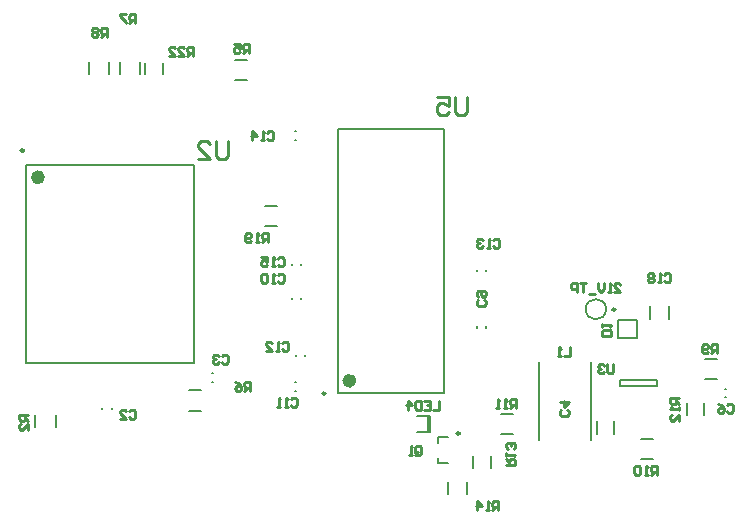
<source format=gbo>
G04 Layer_Color=32896*
%FSLAX44Y44*%
%MOMM*%
G71*
G01*
G75*
%ADD35C,0.2540*%
%ADD64C,0.1270*%
%ADD65C,0.2500*%
%ADD66C,0.6000*%
%ADD67C,0.2000*%
%ADD69R,0.2040X1.3000*%
D35*
X1071422Y741250D02*
X1076500D01*
X1071422Y746328D01*
Y747598D01*
X1072691Y748867D01*
X1075230D01*
X1076500Y747598D01*
X1068882Y741250D02*
X1066343D01*
X1067613D01*
Y748867D01*
X1068882Y747598D01*
X1062534Y748867D02*
Y743789D01*
X1059995Y741250D01*
X1057456Y743789D01*
Y748867D01*
X1054917Y739980D02*
X1049839D01*
X1047299Y748867D02*
X1042221D01*
X1044760D01*
Y741250D01*
X1039682D02*
Y748867D01*
X1035873D01*
X1034604Y747598D01*
Y745059D01*
X1035873Y743789D01*
X1039682D01*
X660672Y640348D02*
X661941Y641618D01*
X664480D01*
X665750Y640348D01*
Y635270D01*
X664480Y634000D01*
X661941D01*
X660672Y635270D01*
X653054Y634000D02*
X658132D01*
X653054Y639078D01*
Y640348D01*
X654324Y641618D01*
X656863D01*
X658132Y640348D01*
X738922Y687098D02*
X740191Y688367D01*
X742730D01*
X744000Y687098D01*
Y682020D01*
X742730Y680750D01*
X740191D01*
X738922Y682020D01*
X736382Y687098D02*
X735113Y688367D01*
X732574D01*
X731304Y687098D01*
Y685828D01*
X732574Y684559D01*
X733843D01*
X732574D01*
X731304Y683289D01*
Y682020D01*
X732574Y680750D01*
X735113D01*
X736382Y682020D01*
X1031598Y641578D02*
X1032868Y640309D01*
Y637770D01*
X1031598Y636500D01*
X1026520D01*
X1025250Y637770D01*
Y640309D01*
X1026520Y641578D01*
X1025250Y647926D02*
X1032868D01*
X1029059Y644118D01*
Y649196D01*
X1166422Y645348D02*
X1167691Y646618D01*
X1170230D01*
X1171500Y645348D01*
Y640270D01*
X1170230Y639000D01*
X1167691D01*
X1166422Y640270D01*
X1158804Y646618D02*
X1161343Y645348D01*
X1163883Y642809D01*
Y640270D01*
X1162613Y639000D01*
X1160074D01*
X1158804Y640270D01*
Y641539D01*
X1160074Y642809D01*
X1163883D01*
X961348Y734578D02*
X962617Y733309D01*
Y730770D01*
X961348Y729500D01*
X956270D01*
X955000Y730770D01*
Y733309D01*
X956270Y734578D01*
Y737117D02*
X955000Y738387D01*
Y740926D01*
X956270Y742196D01*
X961348D01*
X962617Y740926D01*
Y738387D01*
X961348Y737117D01*
X960078D01*
X958809Y738387D01*
Y742196D01*
X786422Y755348D02*
X787691Y756618D01*
X790230D01*
X791500Y755348D01*
Y750270D01*
X790230Y749000D01*
X787691D01*
X786422Y750270D01*
X783883Y749000D02*
X781343D01*
X782613D01*
Y756618D01*
X783883Y755348D01*
X777534D02*
X776265Y756618D01*
X773726D01*
X772456Y755348D01*
Y750270D01*
X773726Y749000D01*
X776265D01*
X777534Y750270D01*
Y755348D01*
X797172Y650348D02*
X798441Y651618D01*
X800980D01*
X802250Y650348D01*
Y645270D01*
X800980Y644000D01*
X798441D01*
X797172Y645270D01*
X794632Y644000D02*
X792093D01*
X793363D01*
Y651618D01*
X794632Y650348D01*
X788285Y644000D02*
X785745D01*
X787015D01*
Y651618D01*
X788285Y650348D01*
X790172Y697848D02*
X791441Y699118D01*
X793980D01*
X795250Y697848D01*
Y692770D01*
X793980Y691500D01*
X791441D01*
X790172Y692770D01*
X787633Y691500D02*
X785093D01*
X786363D01*
Y699118D01*
X787633Y697848D01*
X776206Y691500D02*
X781284D01*
X776206Y696578D01*
Y697848D01*
X777476Y699118D01*
X780015D01*
X781284Y697848D01*
X968672Y785098D02*
X969941Y786367D01*
X972480D01*
X973750Y785098D01*
Y780020D01*
X972480Y778750D01*
X969941D01*
X968672Y780020D01*
X966133Y778750D02*
X963593D01*
X964863D01*
Y786367D01*
X966133Y785098D01*
X959784D02*
X958515Y786367D01*
X955976D01*
X954706Y785098D01*
Y783828D01*
X955976Y782559D01*
X957245D01*
X955976D01*
X954706Y781289D01*
Y780020D01*
X955976Y778750D01*
X958515D01*
X959784Y780020D01*
X777672Y876348D02*
X778941Y877617D01*
X781480D01*
X782750Y876348D01*
Y871270D01*
X781480Y870000D01*
X778941D01*
X777672Y871270D01*
X775133Y870000D02*
X772593D01*
X773863D01*
Y877617D01*
X775133Y876348D01*
X764976Y870000D02*
Y877617D01*
X768784Y873809D01*
X763706D01*
X786422Y769348D02*
X787691Y770618D01*
X790230D01*
X791500Y769348D01*
Y764270D01*
X790230Y763000D01*
X787691D01*
X786422Y764270D01*
X783883Y763000D02*
X781343D01*
X782613D01*
Y770618D01*
X783883Y769348D01*
X772456Y770618D02*
X777534D01*
Y766809D01*
X774995Y768078D01*
X773726D01*
X772456Y766809D01*
Y764270D01*
X773726Y763000D01*
X776265D01*
X777534Y764270D01*
X1113422Y756098D02*
X1114691Y757367D01*
X1117230D01*
X1118500Y756098D01*
Y751020D01*
X1117230Y749750D01*
X1114691D01*
X1113422Y751020D01*
X1110882Y749750D02*
X1108343D01*
X1109613D01*
Y757367D01*
X1110882Y756098D01*
X1104535D02*
X1103265Y757367D01*
X1100726D01*
X1099456Y756098D01*
Y754828D01*
X1100726Y753559D01*
X1099456Y752289D01*
Y751020D01*
X1100726Y749750D01*
X1103265D01*
X1104535Y751020D01*
Y752289D01*
X1103265Y753559D01*
X1104535Y754828D01*
Y756098D01*
X1103265Y753559D02*
X1100726D01*
X1068867Y704500D02*
X1061250D01*
Y708309D01*
X1062520Y709578D01*
X1067598D01*
X1068867Y708309D01*
Y704500D01*
X1061250Y712117D02*
Y714657D01*
Y713387D01*
X1068867D01*
X1067598Y712117D01*
X1033750Y694617D02*
Y687000D01*
X1028672D01*
X1026133D02*
X1023593D01*
X1024863D01*
Y694617D01*
X1026133Y693348D01*
X923000Y649368D02*
Y641750D01*
X917922D01*
X910304Y649368D02*
X915382D01*
Y641750D01*
X910304D01*
X915382Y645559D02*
X912843D01*
X907765Y649368D02*
Y641750D01*
X903956D01*
X902687Y643020D01*
Y648098D01*
X903956Y649368D01*
X907765D01*
X896339Y641750D02*
Y649368D01*
X900147Y645559D01*
X895069D01*
X902672Y604770D02*
Y609848D01*
X903941Y611118D01*
X906480D01*
X907750Y609848D01*
Y604770D01*
X906480Y603500D01*
X903941D01*
X905211Y606039D02*
X902672Y603500D01*
X903941D02*
X902672Y604770D01*
X900133Y603500D02*
X897593D01*
X898863D01*
Y611118D01*
X900133Y609848D01*
X762000Y943500D02*
Y951117D01*
X758191D01*
X756922Y949848D01*
Y947309D01*
X758191Y946039D01*
X762000D01*
X759461D02*
X756922Y943500D01*
X749304Y951117D02*
X754382D01*
Y947309D01*
X751843Y948578D01*
X750574D01*
X749304Y947309D01*
Y944770D01*
X750574Y943500D01*
X753113D01*
X754382Y944770D01*
X763250Y657750D02*
Y665368D01*
X759441D01*
X758172Y664098D01*
Y661559D01*
X759441Y660289D01*
X763250D01*
X760711D02*
X758172Y657750D01*
X750554Y665368D02*
X753093Y664098D01*
X755632Y661559D01*
Y659020D01*
X754363Y657750D01*
X751824D01*
X750554Y659020D01*
Y660289D01*
X751824Y661559D01*
X755632D01*
X665750Y969000D02*
Y976618D01*
X661941D01*
X660672Y975348D01*
Y972809D01*
X661941Y971539D01*
X665750D01*
X663211D02*
X660672Y969000D01*
X658132Y976618D02*
X653054D01*
Y975348D01*
X658132Y970270D01*
Y969000D01*
X641500Y957250D02*
Y964867D01*
X637691D01*
X636422Y963598D01*
Y961059D01*
X637691Y959789D01*
X641500D01*
X638961D02*
X636422Y957250D01*
X633882Y963598D02*
X632613Y964867D01*
X630074D01*
X628804Y963598D01*
Y962328D01*
X630074Y961059D01*
X628804Y959789D01*
Y958520D01*
X630074Y957250D01*
X632613D01*
X633882Y958520D01*
Y959789D01*
X632613Y961059D01*
X633882Y962328D01*
Y963598D01*
X632613Y961059D02*
X630074D01*
X1158563Y689443D02*
Y697060D01*
X1154754D01*
X1153485Y695791D01*
Y693252D01*
X1154754Y691982D01*
X1158563D01*
X1156024D02*
X1153485Y689443D01*
X1150945Y690713D02*
X1149676Y689443D01*
X1147137D01*
X1145867Y690713D01*
Y695791D01*
X1147137Y697060D01*
X1149676D01*
X1150945Y695791D01*
Y694521D01*
X1149676Y693252D01*
X1145867D01*
X1107250Y586750D02*
Y594367D01*
X1103441D01*
X1102172Y593098D01*
Y590559D01*
X1103441Y589289D01*
X1107250D01*
X1104711D02*
X1102172Y586750D01*
X1099632D02*
X1097093D01*
X1098363D01*
Y594367D01*
X1099632Y593098D01*
X1093285D02*
X1092015Y594367D01*
X1089476D01*
X1088206Y593098D01*
Y588020D01*
X1089476Y586750D01*
X1092015D01*
X1093285Y588020D01*
Y593098D01*
X988000Y643000D02*
Y650618D01*
X984191D01*
X982922Y649348D01*
Y646809D01*
X984191Y645539D01*
X988000D01*
X985461D02*
X982922Y643000D01*
X980382D02*
X977843D01*
X979113D01*
Y650618D01*
X980382Y649348D01*
X974035Y643000D02*
X971495D01*
X972765D01*
Y650618D01*
X974035Y649348D01*
X1126500Y651250D02*
X1118882D01*
Y647441D01*
X1120152Y646172D01*
X1122691D01*
X1123961Y647441D01*
Y651250D01*
Y648711D02*
X1126500Y646172D01*
Y643632D02*
Y641093D01*
Y642363D01*
X1118882D01*
X1120152Y643632D01*
X1126500Y632206D02*
Y637285D01*
X1121422Y632206D01*
X1120152D01*
X1118882Y633476D01*
Y636015D01*
X1120152Y637285D01*
X980000Y594750D02*
X987617D01*
Y598559D01*
X986348Y599828D01*
X983809D01*
X982539Y598559D01*
Y594750D01*
Y597289D02*
X980000Y599828D01*
Y602368D02*
Y604907D01*
Y603637D01*
X987617D01*
X986348Y602368D01*
Y608716D02*
X987617Y609985D01*
Y612524D01*
X986348Y613794D01*
X985078D01*
X983809Y612524D01*
Y611255D01*
Y612524D01*
X982539Y613794D01*
X981270D01*
X980000Y612524D01*
Y609985D01*
X981270Y608716D01*
X973250Y556750D02*
Y564367D01*
X969441D01*
X968172Y563098D01*
Y560559D01*
X969441Y559289D01*
X973250D01*
X970711D02*
X968172Y556750D01*
X965632D02*
X963093D01*
X964363D01*
Y564367D01*
X965632Y563098D01*
X955476Y556750D02*
Y564367D01*
X959285Y560559D01*
X954206D01*
X777750Y783500D02*
Y791117D01*
X773941D01*
X772672Y789848D01*
Y787309D01*
X773941Y786039D01*
X777750D01*
X775211D02*
X772672Y783500D01*
X770132D02*
X767593D01*
X768863D01*
Y791117D01*
X770132Y789848D01*
X763784Y784770D02*
X762515Y783500D01*
X759976D01*
X758706Y784770D01*
Y789848D01*
X759976Y791117D01*
X762515D01*
X763784Y789848D01*
Y788578D01*
X762515Y787309D01*
X758706D01*
X714750Y941500D02*
Y949118D01*
X710941D01*
X709672Y947848D01*
Y945309D01*
X710941Y944039D01*
X714750D01*
X712211D02*
X709672Y941500D01*
X702054D02*
X707132D01*
X702054Y946578D01*
Y947848D01*
X703324Y949118D01*
X705863D01*
X707132Y947848D01*
X694437Y941500D02*
X699515D01*
X694437Y946578D01*
Y947848D01*
X695706Y949118D01*
X698245D01*
X699515Y947848D01*
X1070250Y680117D02*
Y673770D01*
X1068980Y672500D01*
X1066441D01*
X1065172Y673770D01*
Y680117D01*
X1062632Y678848D02*
X1061363Y680117D01*
X1058824D01*
X1057554Y678848D01*
Y677578D01*
X1058824Y676309D01*
X1060093D01*
X1058824D01*
X1057554Y675039D01*
Y673770D01*
X1058824Y672500D01*
X1061363D01*
X1062632Y673770D01*
X946250Y906485D02*
Y893789D01*
X943711Y891250D01*
X938633D01*
X936093Y893789D01*
Y906485D01*
X920858D02*
X931015D01*
Y898867D01*
X925937Y901407D01*
X923397D01*
X920858Y898867D01*
Y893789D01*
X923397Y891250D01*
X928476D01*
X931015Y893789D01*
X575250Y637250D02*
X567632D01*
Y633441D01*
X568902Y632172D01*
X571441D01*
X572711Y633441D01*
Y637250D01*
Y634711D02*
X575250Y632172D01*
Y624554D02*
Y629632D01*
X570172Y624554D01*
X568902D01*
X567632Y625824D01*
Y628363D01*
X568902Y629632D01*
X744000Y869235D02*
Y856539D01*
X741461Y854000D01*
X736382D01*
X733843Y856539D01*
Y869235D01*
X718608Y854000D02*
X728765D01*
X718608Y864157D01*
Y866696D01*
X721147Y869235D01*
X726226D01*
X728765Y866696D01*
D64*
X1064386Y726750D02*
G03*
X1064386Y726750I-8636J0D01*
G01*
D65*
X1072150Y726600D02*
G03*
X1072150Y726600I-1250J0D01*
G01*
X940500Y621750D02*
G03*
X940500Y621750I-1250J0D01*
G01*
X826750Y655500D02*
G03*
X826750Y655500I-1250J0D01*
G01*
X571250Y861000D02*
G03*
X571250Y861000I-1250J0D01*
G01*
D66*
X850000Y666250D02*
G03*
X850000Y666250I-3000J0D01*
G01*
X586250Y838500D02*
G03*
X586250Y838500I-3000J0D01*
G01*
D67*
X1076501Y661499D02*
X1107501D01*
X1076501Y666499D02*
X1107501D01*
Y661499D02*
Y666499D01*
X1076501Y661499D02*
Y666499D01*
X806250Y735250D02*
Y736250D01*
X798250Y735250D02*
Y736250D01*
X775500Y797000D02*
X785500D01*
X775500Y814000D02*
X785500D01*
X809750Y687250D02*
Y688250D01*
X801750Y687250D02*
Y688250D01*
X798250Y764250D02*
Y765250D01*
X806250Y764250D02*
Y765250D01*
X800750Y665500D02*
X801750D01*
X800750Y657500D02*
X801750D01*
X963000Y711250D02*
Y712250D01*
X955000Y711250D02*
Y712250D01*
X963000Y759250D02*
Y760250D01*
X955000Y759250D02*
Y760250D01*
X800750Y878000D02*
X801750D01*
X800750Y870000D02*
X801750D01*
X730500Y665000D02*
X731500D01*
X730500Y673000D02*
X731500D01*
X711250Y658000D02*
X721250D01*
X711250Y641000D02*
X721250D01*
X637750Y642250D02*
Y643250D01*
X645750Y642250D02*
Y643250D01*
X674000Y925500D02*
Y935500D01*
X689000Y925500D02*
Y935500D01*
X652750Y926000D02*
Y936000D01*
X669750Y926000D02*
Y936000D01*
X626500Y925750D02*
Y935750D01*
X643500Y925750D02*
Y935750D01*
X598250Y627250D02*
Y637250D01*
X581250Y627250D02*
Y637250D01*
X1051500Y615750D02*
Y681750D01*
X1007500Y615750D02*
Y681750D01*
X1165250Y659250D02*
X1166250D01*
X1165250Y652250D02*
X1166250D01*
X1074500Y718050D02*
X1090500D01*
X1074500Y702450D02*
Y718050D01*
X1090500Y702450D02*
Y718050D01*
X1074500Y702450D02*
X1090500D01*
X1147501Y637249D02*
Y647249D01*
X1132501Y637249D02*
Y647249D01*
X1101251Y718249D02*
Y729249D01*
X1117251Y718249D02*
Y729249D01*
X1071251Y621499D02*
Y632499D01*
X1056251Y621499D02*
Y632499D01*
X1094251Y599749D02*
X1104251D01*
X1094251Y616749D02*
X1104251D01*
X966501Y592499D02*
Y602499D01*
X951501Y592499D02*
Y602499D01*
X975250Y638000D02*
X985250D01*
X975250Y621000D02*
X985250D01*
X922250Y596250D02*
Y600750D01*
Y596250D02*
X930250D01*
X922250Y613750D02*
Y618250D01*
X930250D01*
X915250Y623000D02*
Y636000D01*
X904250Y623000D02*
X915250D01*
X904250Y636000D02*
X915250D01*
X946750Y570500D02*
Y580500D01*
X930750Y570500D02*
Y580500D01*
X1148251Y684499D02*
X1158251D01*
X1148251Y667499D02*
X1158251D01*
X837000Y879250D02*
X927000D01*
X837000Y656250D02*
X927000D01*
Y879250D01*
X837000Y656250D02*
Y879250D01*
X750250Y938000D02*
X760250D01*
X750250Y921000D02*
X760250D01*
X573250Y848500D02*
X715250D01*
X573250Y681500D02*
X715250D01*
X573250D02*
Y848500D01*
X715250Y681500D02*
Y848500D01*
D69*
X913810Y629350D02*
D03*
M02*

</source>
